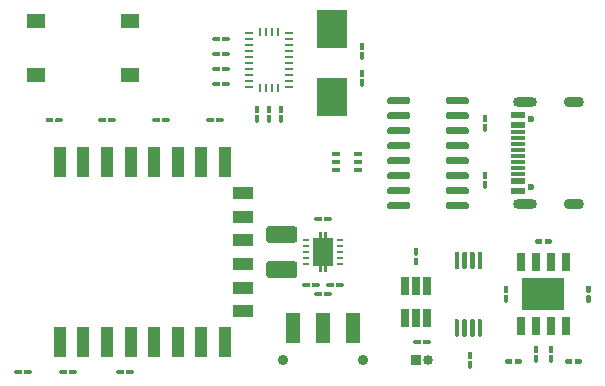
<source format=gts>
%TF.GenerationSoftware,KiCad,Pcbnew,(5.1.10)-1*%
%TF.CreationDate,2021-12-11T22:37:13+01:00*%
%TF.ProjectId,tracker,74726163-6b65-4722-9e6b-696361645f70,rev?*%
%TF.SameCoordinates,Original*%
%TF.FileFunction,Soldermask,Top*%
%TF.FilePolarity,Negative*%
%FSLAX46Y46*%
G04 Gerber Fmt 4.6, Leading zero omitted, Abs format (unit mm)*
G04 Created by KiCad (PCBNEW (5.1.10)-1) date 2021-12-11 22:37:13*
%MOMM*%
%LPD*%
G01*
G04 APERTURE LIST*
%ADD10O,2.000000X0.900000*%
%ADD11O,1.700000X0.900000*%
%ADD12R,1.160000X0.300000*%
%ADD13C,0.600000*%
%ADD14R,1.160000X0.600000*%
%ADD15R,0.850000X0.850000*%
%ADD16O,0.850000X0.850000*%
%ADD17R,0.650000X0.400000*%
%ADD18R,1.550000X1.300000*%
%ADD19R,1.250000X2.500000*%
%ADD20C,0.900000*%
%ADD21R,0.254000X0.675000*%
%ADD22R,0.675000X0.254000*%
%ADD23R,0.650000X1.560000*%
%ADD24R,1.000000X2.500000*%
%ADD25R,1.800000X1.000000*%
%ADD26R,0.600000X0.240000*%
%ADD27C,0.100000*%
%ADD28R,2.500000X3.325000*%
%ADD29R,0.650000X1.500000*%
%ADD30R,3.600000X2.700000*%
G04 APERTURE END LIST*
%TO.C,L1*%
G36*
G01*
X162428500Y-89649000D02*
X160278500Y-89649000D01*
G75*
G02*
X160028500Y-89399000I0J250000D01*
G01*
X160028500Y-88474000D01*
G75*
G02*
X160278500Y-88224000I250000J0D01*
G01*
X162428500Y-88224000D01*
G75*
G02*
X162678500Y-88474000I0J-250000D01*
G01*
X162678500Y-89399000D01*
G75*
G02*
X162428500Y-89649000I-250000J0D01*
G01*
G37*
G36*
G01*
X162428500Y-92624000D02*
X160278500Y-92624000D01*
G75*
G02*
X160028500Y-92374000I0J250000D01*
G01*
X160028500Y-91449000D01*
G75*
G02*
X160278500Y-91199000I250000J0D01*
G01*
X162428500Y-91199000D01*
G75*
G02*
X162678500Y-91449000I0J-250000D01*
G01*
X162678500Y-92374000D01*
G75*
G02*
X162428500Y-92624000I-250000J0D01*
G01*
G37*
%TD*%
%TO.C,C1*%
G36*
G01*
X187425000Y-93890000D02*
X187225000Y-93890000D01*
G75*
G02*
X187125000Y-93790000I0J100000D01*
G01*
X187125000Y-93355000D01*
G75*
G02*
X187225000Y-93255000I100000J0D01*
G01*
X187425000Y-93255000D01*
G75*
G02*
X187525000Y-93355000I0J-100000D01*
G01*
X187525000Y-93790000D01*
G75*
G02*
X187425000Y-93890000I-100000J0D01*
G01*
G37*
G36*
G01*
X187425000Y-94705000D02*
X187225000Y-94705000D01*
G75*
G02*
X187125000Y-94605000I0J100000D01*
G01*
X187125000Y-94170000D01*
G75*
G02*
X187225000Y-94070000I100000J0D01*
G01*
X187425000Y-94070000D01*
G75*
G02*
X187525000Y-94170000I0J-100000D01*
G01*
X187525000Y-94605000D01*
G75*
G02*
X187425000Y-94705000I-100000J0D01*
G01*
G37*
%TD*%
%TO.C,C2*%
G36*
G01*
X155485000Y-75030000D02*
X155485000Y-74830000D01*
G75*
G02*
X155585000Y-74730000I100000J0D01*
G01*
X156020000Y-74730000D01*
G75*
G02*
X156120000Y-74830000I0J-100000D01*
G01*
X156120000Y-75030000D01*
G75*
G02*
X156020000Y-75130000I-100000J0D01*
G01*
X155585000Y-75130000D01*
G75*
G02*
X155485000Y-75030000I0J100000D01*
G01*
G37*
G36*
G01*
X156300000Y-75030000D02*
X156300000Y-74830000D01*
G75*
G02*
X156400000Y-74730000I100000J0D01*
G01*
X156835000Y-74730000D01*
G75*
G02*
X156935000Y-74830000I0J-100000D01*
G01*
X156935000Y-75030000D01*
G75*
G02*
X156835000Y-75130000I-100000J0D01*
G01*
X156400000Y-75130000D01*
G75*
G02*
X156300000Y-75030000I0J100000D01*
G01*
G37*
%TD*%
%TO.C,C3*%
G36*
G01*
X180440000Y-94705000D02*
X180240000Y-94705000D01*
G75*
G02*
X180140000Y-94605000I0J100000D01*
G01*
X180140000Y-94170000D01*
G75*
G02*
X180240000Y-94070000I100000J0D01*
G01*
X180440000Y-94070000D01*
G75*
G02*
X180540000Y-94170000I0J-100000D01*
G01*
X180540000Y-94605000D01*
G75*
G02*
X180440000Y-94705000I-100000J0D01*
G01*
G37*
G36*
G01*
X180440000Y-93890000D02*
X180240000Y-93890000D01*
G75*
G02*
X180140000Y-93790000I0J100000D01*
G01*
X180140000Y-93355000D01*
G75*
G02*
X180240000Y-93255000I100000J0D01*
G01*
X180440000Y-93255000D01*
G75*
G02*
X180540000Y-93355000I0J-100000D01*
G01*
X180540000Y-93790000D01*
G75*
G02*
X180440000Y-93890000I-100000J0D01*
G01*
G37*
%TD*%
%TO.C,C4*%
G36*
G01*
X168048000Y-75782000D02*
X168248000Y-75782000D01*
G75*
G02*
X168348000Y-75882000I0J-100000D01*
G01*
X168348000Y-76317000D01*
G75*
G02*
X168248000Y-76417000I-100000J0D01*
G01*
X168048000Y-76417000D01*
G75*
G02*
X167948000Y-76317000I0J100000D01*
G01*
X167948000Y-75882000D01*
G75*
G02*
X168048000Y-75782000I100000J0D01*
G01*
G37*
G36*
G01*
X168048000Y-74967000D02*
X168248000Y-74967000D01*
G75*
G02*
X168348000Y-75067000I0J-100000D01*
G01*
X168348000Y-75502000D01*
G75*
G02*
X168248000Y-75602000I-100000J0D01*
G01*
X168048000Y-75602000D01*
G75*
G02*
X167948000Y-75502000I0J100000D01*
G01*
X167948000Y-75067000D01*
G75*
G02*
X168048000Y-74967000I100000J0D01*
G01*
G37*
%TD*%
%TO.C,C5*%
G36*
G01*
X168248000Y-74131000D02*
X168048000Y-74131000D01*
G75*
G02*
X167948000Y-74031000I0J100000D01*
G01*
X167948000Y-73596000D01*
G75*
G02*
X168048000Y-73496000I100000J0D01*
G01*
X168248000Y-73496000D01*
G75*
G02*
X168348000Y-73596000I0J-100000D01*
G01*
X168348000Y-74031000D01*
G75*
G02*
X168248000Y-74131000I-100000J0D01*
G01*
G37*
G36*
G01*
X168248000Y-73316000D02*
X168048000Y-73316000D01*
G75*
G02*
X167948000Y-73216000I0J100000D01*
G01*
X167948000Y-72781000D01*
G75*
G02*
X168048000Y-72681000I100000J0D01*
G01*
X168248000Y-72681000D01*
G75*
G02*
X168348000Y-72781000I0J-100000D01*
G01*
X168348000Y-73216000D01*
G75*
G02*
X168248000Y-73316000I-100000J0D01*
G01*
G37*
%TD*%
%TO.C,C6*%
G36*
G01*
X173318000Y-98144000D02*
X173318000Y-97944000D01*
G75*
G02*
X173418000Y-97844000I100000J0D01*
G01*
X173853000Y-97844000D01*
G75*
G02*
X173953000Y-97944000I0J-100000D01*
G01*
X173953000Y-98144000D01*
G75*
G02*
X173853000Y-98244000I-100000J0D01*
G01*
X173418000Y-98244000D01*
G75*
G02*
X173318000Y-98144000I0J100000D01*
G01*
G37*
G36*
G01*
X172503000Y-98144000D02*
X172503000Y-97944000D01*
G75*
G02*
X172603000Y-97844000I100000J0D01*
G01*
X173038000Y-97844000D01*
G75*
G02*
X173138000Y-97944000I0J-100000D01*
G01*
X173138000Y-98144000D01*
G75*
G02*
X173038000Y-98244000I-100000J0D01*
G01*
X172603000Y-98244000D01*
G75*
G02*
X172503000Y-98144000I0J100000D01*
G01*
G37*
%TD*%
%TO.C,C7*%
G36*
G01*
X140171000Y-100484000D02*
X140171000Y-100684000D01*
G75*
G02*
X140071000Y-100784000I-100000J0D01*
G01*
X139636000Y-100784000D01*
G75*
G02*
X139536000Y-100684000I0J100000D01*
G01*
X139536000Y-100484000D01*
G75*
G02*
X139636000Y-100384000I100000J0D01*
G01*
X140071000Y-100384000D01*
G75*
G02*
X140171000Y-100484000I0J-100000D01*
G01*
G37*
G36*
G01*
X139356000Y-100484000D02*
X139356000Y-100684000D01*
G75*
G02*
X139256000Y-100784000I-100000J0D01*
G01*
X138821000Y-100784000D01*
G75*
G02*
X138721000Y-100684000I0J100000D01*
G01*
X138721000Y-100484000D01*
G75*
G02*
X138821000Y-100384000I100000J0D01*
G01*
X139256000Y-100384000D01*
G75*
G02*
X139356000Y-100484000I0J-100000D01*
G01*
G37*
%TD*%
%TO.C,C8*%
G36*
G01*
X163740000Y-93118000D02*
X163740000Y-93318000D01*
G75*
G02*
X163640000Y-93418000I-100000J0D01*
G01*
X163205000Y-93418000D01*
G75*
G02*
X163105000Y-93318000I0J100000D01*
G01*
X163105000Y-93118000D01*
G75*
G02*
X163205000Y-93018000I100000J0D01*
G01*
X163640000Y-93018000D01*
G75*
G02*
X163740000Y-93118000I0J-100000D01*
G01*
G37*
G36*
G01*
X164555000Y-93118000D02*
X164555000Y-93318000D01*
G75*
G02*
X164455000Y-93418000I-100000J0D01*
G01*
X164020000Y-93418000D01*
G75*
G02*
X163920000Y-93318000I0J100000D01*
G01*
X163920000Y-93118000D01*
G75*
G02*
X164020000Y-93018000I100000J0D01*
G01*
X164455000Y-93018000D01*
G75*
G02*
X164555000Y-93118000I0J-100000D01*
G01*
G37*
%TD*%
%TO.C,C9*%
G36*
G01*
X165137000Y-93318000D02*
X165137000Y-93118000D01*
G75*
G02*
X165237000Y-93018000I100000J0D01*
G01*
X165672000Y-93018000D01*
G75*
G02*
X165772000Y-93118000I0J-100000D01*
G01*
X165772000Y-93318000D01*
G75*
G02*
X165672000Y-93418000I-100000J0D01*
G01*
X165237000Y-93418000D01*
G75*
G02*
X165137000Y-93318000I0J100000D01*
G01*
G37*
G36*
G01*
X165952000Y-93318000D02*
X165952000Y-93118000D01*
G75*
G02*
X166052000Y-93018000I100000J0D01*
G01*
X166487000Y-93018000D01*
G75*
G02*
X166587000Y-93118000I0J-100000D01*
G01*
X166587000Y-93318000D01*
G75*
G02*
X166487000Y-93418000I-100000J0D01*
G01*
X166052000Y-93418000D01*
G75*
G02*
X165952000Y-93318000I0J100000D01*
G01*
G37*
%TD*%
%TO.C,C10*%
G36*
G01*
X164756000Y-87530000D02*
X164756000Y-87730000D01*
G75*
G02*
X164656000Y-87830000I-100000J0D01*
G01*
X164221000Y-87830000D01*
G75*
G02*
X164121000Y-87730000I0J100000D01*
G01*
X164121000Y-87530000D01*
G75*
G02*
X164221000Y-87430000I100000J0D01*
G01*
X164656000Y-87430000D01*
G75*
G02*
X164756000Y-87530000I0J-100000D01*
G01*
G37*
G36*
G01*
X165571000Y-87530000D02*
X165571000Y-87730000D01*
G75*
G02*
X165471000Y-87830000I-100000J0D01*
G01*
X165036000Y-87830000D01*
G75*
G02*
X164936000Y-87730000I0J100000D01*
G01*
X164936000Y-87530000D01*
G75*
G02*
X165036000Y-87430000I100000J0D01*
G01*
X165471000Y-87430000D01*
G75*
G02*
X165571000Y-87530000I0J-100000D01*
G01*
G37*
%TD*%
%TO.C,D1*%
G36*
G01*
X185330000Y-99795000D02*
X185330000Y-99595000D01*
G75*
G02*
X185430000Y-99495000I100000J0D01*
G01*
X185865000Y-99495000D01*
G75*
G02*
X185965000Y-99595000I0J-100000D01*
G01*
X185965000Y-99795000D01*
G75*
G02*
X185865000Y-99895000I-100000J0D01*
G01*
X185430000Y-99895000D01*
G75*
G02*
X185330000Y-99795000I0J100000D01*
G01*
G37*
G36*
G01*
X186145000Y-99795000D02*
X186145000Y-99595000D01*
G75*
G02*
X186245000Y-99495000I100000J0D01*
G01*
X186680000Y-99495000D01*
G75*
G02*
X186780000Y-99595000I0J-100000D01*
G01*
X186780000Y-99795000D01*
G75*
G02*
X186680000Y-99895000I-100000J0D01*
G01*
X186245000Y-99895000D01*
G75*
G02*
X186145000Y-99795000I0J100000D01*
G01*
G37*
%TD*%
%TO.C,D2*%
G36*
G01*
X180885000Y-99595000D02*
X180885000Y-99795000D01*
G75*
G02*
X180785000Y-99895000I-100000J0D01*
G01*
X180350000Y-99895000D01*
G75*
G02*
X180250000Y-99795000I0J100000D01*
G01*
X180250000Y-99595000D01*
G75*
G02*
X180350000Y-99495000I100000J0D01*
G01*
X180785000Y-99495000D01*
G75*
G02*
X180885000Y-99595000I0J-100000D01*
G01*
G37*
G36*
G01*
X181700000Y-99595000D02*
X181700000Y-99795000D01*
G75*
G02*
X181600000Y-99895000I-100000J0D01*
G01*
X181165000Y-99895000D01*
G75*
G02*
X181065000Y-99795000I0J100000D01*
G01*
X181065000Y-99595000D01*
G75*
G02*
X181165000Y-99495000I100000J0D01*
G01*
X181600000Y-99495000D01*
G75*
G02*
X181700000Y-99595000I0J-100000D01*
G01*
G37*
%TD*%
D10*
%TO.C,J1*%
X181966000Y-86362000D03*
X181966000Y-77722000D03*
D11*
X186136000Y-86362000D03*
X186136000Y-77722000D03*
D12*
X181386000Y-82792000D03*
X181386000Y-82292000D03*
X181386000Y-81792000D03*
X181386000Y-83792000D03*
X181386000Y-83292000D03*
X181386000Y-80792000D03*
X181386000Y-81292000D03*
X181386000Y-80292000D03*
D13*
X182446000Y-79152000D03*
X182446000Y-84932000D03*
D14*
X181386000Y-84442000D03*
X181386000Y-84442000D03*
X181386000Y-85242000D03*
X181386000Y-85242000D03*
X181386000Y-79642000D03*
X181386000Y-78842000D03*
X181386000Y-79642000D03*
X181386000Y-78842000D03*
%TD*%
D15*
%TO.C,J2*%
X172720000Y-99568000D03*
D16*
X173720000Y-99568000D03*
%TD*%
D17*
%TO.C,Q1*%
X165928000Y-82154000D03*
X165928000Y-83454000D03*
X167828000Y-82804000D03*
X165928000Y-82804000D03*
X167828000Y-83454000D03*
X167828000Y-82154000D03*
%TD*%
%TO.C,R1*%
G36*
G01*
X160374000Y-78650000D02*
X160174000Y-78650000D01*
G75*
G02*
X160074000Y-78550000I0J100000D01*
G01*
X160074000Y-78115000D01*
G75*
G02*
X160174000Y-78015000I100000J0D01*
G01*
X160374000Y-78015000D01*
G75*
G02*
X160474000Y-78115000I0J-100000D01*
G01*
X160474000Y-78550000D01*
G75*
G02*
X160374000Y-78650000I-100000J0D01*
G01*
G37*
G36*
G01*
X160374000Y-79465000D02*
X160174000Y-79465000D01*
G75*
G02*
X160074000Y-79365000I0J100000D01*
G01*
X160074000Y-78930000D01*
G75*
G02*
X160174000Y-78830000I100000J0D01*
G01*
X160374000Y-78830000D01*
G75*
G02*
X160474000Y-78930000I0J-100000D01*
G01*
X160474000Y-79365000D01*
G75*
G02*
X160374000Y-79465000I-100000J0D01*
G01*
G37*
%TD*%
%TO.C,R2*%
G36*
G01*
X161390000Y-79465000D02*
X161190000Y-79465000D01*
G75*
G02*
X161090000Y-79365000I0J100000D01*
G01*
X161090000Y-78930000D01*
G75*
G02*
X161190000Y-78830000I100000J0D01*
G01*
X161390000Y-78830000D01*
G75*
G02*
X161490000Y-78930000I0J-100000D01*
G01*
X161490000Y-79365000D01*
G75*
G02*
X161390000Y-79465000I-100000J0D01*
G01*
G37*
G36*
G01*
X161390000Y-78650000D02*
X161190000Y-78650000D01*
G75*
G02*
X161090000Y-78550000I0J100000D01*
G01*
X161090000Y-78115000D01*
G75*
G02*
X161190000Y-78015000I100000J0D01*
G01*
X161390000Y-78015000D01*
G75*
G02*
X161490000Y-78115000I0J-100000D01*
G01*
X161490000Y-78550000D01*
G75*
G02*
X161390000Y-78650000I-100000J0D01*
G01*
G37*
%TD*%
%TO.C,R3*%
G36*
G01*
X184050000Y-99150000D02*
X184250000Y-99150000D01*
G75*
G02*
X184350000Y-99250000I0J-100000D01*
G01*
X184350000Y-99685000D01*
G75*
G02*
X184250000Y-99785000I-100000J0D01*
G01*
X184050000Y-99785000D01*
G75*
G02*
X183950000Y-99685000I0J100000D01*
G01*
X183950000Y-99250000D01*
G75*
G02*
X184050000Y-99150000I100000J0D01*
G01*
G37*
G36*
G01*
X184050000Y-98335000D02*
X184250000Y-98335000D01*
G75*
G02*
X184350000Y-98435000I0J-100000D01*
G01*
X184350000Y-98870000D01*
G75*
G02*
X184250000Y-98970000I-100000J0D01*
G01*
X184050000Y-98970000D01*
G75*
G02*
X183950000Y-98870000I0J100000D01*
G01*
X183950000Y-98435000D01*
G75*
G02*
X184050000Y-98335000I100000J0D01*
G01*
G37*
%TD*%
%TO.C,R4*%
G36*
G01*
X182780000Y-98335000D02*
X182980000Y-98335000D01*
G75*
G02*
X183080000Y-98435000I0J-100000D01*
G01*
X183080000Y-98870000D01*
G75*
G02*
X182980000Y-98970000I-100000J0D01*
G01*
X182780000Y-98970000D01*
G75*
G02*
X182680000Y-98870000I0J100000D01*
G01*
X182680000Y-98435000D01*
G75*
G02*
X182780000Y-98335000I100000J0D01*
G01*
G37*
G36*
G01*
X182780000Y-99150000D02*
X182980000Y-99150000D01*
G75*
G02*
X183080000Y-99250000I0J-100000D01*
G01*
X183080000Y-99685000D01*
G75*
G02*
X182980000Y-99785000I-100000J0D01*
G01*
X182780000Y-99785000D01*
G75*
G02*
X182680000Y-99685000I0J100000D01*
G01*
X182680000Y-99250000D01*
G75*
G02*
X182780000Y-99150000I100000J0D01*
G01*
G37*
%TD*%
%TO.C,R5*%
G36*
G01*
X156120000Y-76100000D02*
X156120000Y-76300000D01*
G75*
G02*
X156020000Y-76400000I-100000J0D01*
G01*
X155585000Y-76400000D01*
G75*
G02*
X155485000Y-76300000I0J100000D01*
G01*
X155485000Y-76100000D01*
G75*
G02*
X155585000Y-76000000I100000J0D01*
G01*
X156020000Y-76000000D01*
G75*
G02*
X156120000Y-76100000I0J-100000D01*
G01*
G37*
G36*
G01*
X156935000Y-76100000D02*
X156935000Y-76300000D01*
G75*
G02*
X156835000Y-76400000I-100000J0D01*
G01*
X156400000Y-76400000D01*
G75*
G02*
X156300000Y-76300000I0J100000D01*
G01*
X156300000Y-76100000D01*
G75*
G02*
X156400000Y-76000000I100000J0D01*
G01*
X156835000Y-76000000D01*
G75*
G02*
X156935000Y-76100000I0J-100000D01*
G01*
G37*
%TD*%
%TO.C,R6*%
G36*
G01*
X159158000Y-78015000D02*
X159358000Y-78015000D01*
G75*
G02*
X159458000Y-78115000I0J-100000D01*
G01*
X159458000Y-78550000D01*
G75*
G02*
X159358000Y-78650000I-100000J0D01*
G01*
X159158000Y-78650000D01*
G75*
G02*
X159058000Y-78550000I0J100000D01*
G01*
X159058000Y-78115000D01*
G75*
G02*
X159158000Y-78015000I100000J0D01*
G01*
G37*
G36*
G01*
X159158000Y-78830000D02*
X159358000Y-78830000D01*
G75*
G02*
X159458000Y-78930000I0J-100000D01*
G01*
X159458000Y-79365000D01*
G75*
G02*
X159358000Y-79465000I-100000J0D01*
G01*
X159158000Y-79465000D01*
G75*
G02*
X159058000Y-79365000I0J100000D01*
G01*
X159058000Y-78930000D01*
G75*
G02*
X159158000Y-78830000I100000J0D01*
G01*
G37*
%TD*%
%TO.C,R7*%
G36*
G01*
X178662000Y-84238000D02*
X178462000Y-84238000D01*
G75*
G02*
X178362000Y-84138000I0J100000D01*
G01*
X178362000Y-83703000D01*
G75*
G02*
X178462000Y-83603000I100000J0D01*
G01*
X178662000Y-83603000D01*
G75*
G02*
X178762000Y-83703000I0J-100000D01*
G01*
X178762000Y-84138000D01*
G75*
G02*
X178662000Y-84238000I-100000J0D01*
G01*
G37*
G36*
G01*
X178662000Y-85053000D02*
X178462000Y-85053000D01*
G75*
G02*
X178362000Y-84953000I0J100000D01*
G01*
X178362000Y-84518000D01*
G75*
G02*
X178462000Y-84418000I100000J0D01*
G01*
X178662000Y-84418000D01*
G75*
G02*
X178762000Y-84518000I0J-100000D01*
G01*
X178762000Y-84953000D01*
G75*
G02*
X178662000Y-85053000I-100000J0D01*
G01*
G37*
%TD*%
%TO.C,R8*%
G36*
G01*
X178462000Y-78777000D02*
X178662000Y-78777000D01*
G75*
G02*
X178762000Y-78877000I0J-100000D01*
G01*
X178762000Y-79312000D01*
G75*
G02*
X178662000Y-79412000I-100000J0D01*
G01*
X178462000Y-79412000D01*
G75*
G02*
X178362000Y-79312000I0J100000D01*
G01*
X178362000Y-78877000D01*
G75*
G02*
X178462000Y-78777000I100000J0D01*
G01*
G37*
G36*
G01*
X178462000Y-79592000D02*
X178662000Y-79592000D01*
G75*
G02*
X178762000Y-79692000I0J-100000D01*
G01*
X178762000Y-80127000D01*
G75*
G02*
X178662000Y-80227000I-100000J0D01*
G01*
X178462000Y-80227000D01*
G75*
G02*
X178362000Y-80127000I0J100000D01*
G01*
X178362000Y-79692000D01*
G75*
G02*
X178462000Y-79592000I100000J0D01*
G01*
G37*
%TD*%
%TO.C,R9*%
G36*
G01*
X182790000Y-89635000D02*
X182790000Y-89435000D01*
G75*
G02*
X182890000Y-89335000I100000J0D01*
G01*
X183325000Y-89335000D01*
G75*
G02*
X183425000Y-89435000I0J-100000D01*
G01*
X183425000Y-89635000D01*
G75*
G02*
X183325000Y-89735000I-100000J0D01*
G01*
X182890000Y-89735000D01*
G75*
G02*
X182790000Y-89635000I0J100000D01*
G01*
G37*
G36*
G01*
X183605000Y-89635000D02*
X183605000Y-89435000D01*
G75*
G02*
X183705000Y-89335000I100000J0D01*
G01*
X184140000Y-89335000D01*
G75*
G02*
X184240000Y-89435000I0J-100000D01*
G01*
X184240000Y-89635000D01*
G75*
G02*
X184140000Y-89735000I-100000J0D01*
G01*
X183705000Y-89735000D01*
G75*
G02*
X183605000Y-89635000I0J100000D01*
G01*
G37*
%TD*%
%TO.C,R10*%
G36*
G01*
X156300000Y-73760000D02*
X156300000Y-73560000D01*
G75*
G02*
X156400000Y-73460000I100000J0D01*
G01*
X156835000Y-73460000D01*
G75*
G02*
X156935000Y-73560000I0J-100000D01*
G01*
X156935000Y-73760000D01*
G75*
G02*
X156835000Y-73860000I-100000J0D01*
G01*
X156400000Y-73860000D01*
G75*
G02*
X156300000Y-73760000I0J100000D01*
G01*
G37*
G36*
G01*
X155485000Y-73760000D02*
X155485000Y-73560000D01*
G75*
G02*
X155585000Y-73460000I100000J0D01*
G01*
X156020000Y-73460000D01*
G75*
G02*
X156120000Y-73560000I0J-100000D01*
G01*
X156120000Y-73760000D01*
G75*
G02*
X156020000Y-73860000I-100000J0D01*
G01*
X155585000Y-73860000D01*
G75*
G02*
X155485000Y-73760000I0J100000D01*
G01*
G37*
%TD*%
%TO.C,R11*%
G36*
G01*
X155485000Y-72490000D02*
X155485000Y-72290000D01*
G75*
G02*
X155585000Y-72190000I100000J0D01*
G01*
X156020000Y-72190000D01*
G75*
G02*
X156120000Y-72290000I0J-100000D01*
G01*
X156120000Y-72490000D01*
G75*
G02*
X156020000Y-72590000I-100000J0D01*
G01*
X155585000Y-72590000D01*
G75*
G02*
X155485000Y-72490000I0J100000D01*
G01*
G37*
G36*
G01*
X156300000Y-72490000D02*
X156300000Y-72290000D01*
G75*
G02*
X156400000Y-72190000I100000J0D01*
G01*
X156835000Y-72190000D01*
G75*
G02*
X156935000Y-72290000I0J-100000D01*
G01*
X156935000Y-72490000D01*
G75*
G02*
X156835000Y-72590000I-100000J0D01*
G01*
X156400000Y-72590000D01*
G75*
G02*
X156300000Y-72490000I0J100000D01*
G01*
G37*
%TD*%
%TO.C,R12*%
G36*
G01*
X172620000Y-90895000D02*
X172820000Y-90895000D01*
G75*
G02*
X172920000Y-90995000I0J-100000D01*
G01*
X172920000Y-91430000D01*
G75*
G02*
X172820000Y-91530000I-100000J0D01*
G01*
X172620000Y-91530000D01*
G75*
G02*
X172520000Y-91430000I0J100000D01*
G01*
X172520000Y-90995000D01*
G75*
G02*
X172620000Y-90895000I100000J0D01*
G01*
G37*
G36*
G01*
X172620000Y-90080000D02*
X172820000Y-90080000D01*
G75*
G02*
X172920000Y-90180000I0J-100000D01*
G01*
X172920000Y-90615000D01*
G75*
G02*
X172820000Y-90715000I-100000J0D01*
G01*
X172620000Y-90715000D01*
G75*
G02*
X172520000Y-90615000I0J100000D01*
G01*
X172520000Y-90180000D01*
G75*
G02*
X172620000Y-90080000I100000J0D01*
G01*
G37*
%TD*%
%TO.C,R13*%
G36*
G01*
X177392000Y-99478000D02*
X177192000Y-99478000D01*
G75*
G02*
X177092000Y-99378000I0J100000D01*
G01*
X177092000Y-98943000D01*
G75*
G02*
X177192000Y-98843000I100000J0D01*
G01*
X177392000Y-98843000D01*
G75*
G02*
X177492000Y-98943000I0J-100000D01*
G01*
X177492000Y-99378000D01*
G75*
G02*
X177392000Y-99478000I-100000J0D01*
G01*
G37*
G36*
G01*
X177392000Y-100293000D02*
X177192000Y-100293000D01*
G75*
G02*
X177092000Y-100193000I0J100000D01*
G01*
X177092000Y-99758000D01*
G75*
G02*
X177192000Y-99658000I100000J0D01*
G01*
X177392000Y-99658000D01*
G75*
G02*
X177492000Y-99758000I0J-100000D01*
G01*
X177492000Y-100193000D01*
G75*
G02*
X177392000Y-100293000I-100000J0D01*
G01*
G37*
%TD*%
%TO.C,R14*%
G36*
G01*
X143981000Y-100484000D02*
X143981000Y-100684000D01*
G75*
G02*
X143881000Y-100784000I-100000J0D01*
G01*
X143446000Y-100784000D01*
G75*
G02*
X143346000Y-100684000I0J100000D01*
G01*
X143346000Y-100484000D01*
G75*
G02*
X143446000Y-100384000I100000J0D01*
G01*
X143881000Y-100384000D01*
G75*
G02*
X143981000Y-100484000I0J-100000D01*
G01*
G37*
G36*
G01*
X143166000Y-100484000D02*
X143166000Y-100684000D01*
G75*
G02*
X143066000Y-100784000I-100000J0D01*
G01*
X142631000Y-100784000D01*
G75*
G02*
X142531000Y-100684000I0J100000D01*
G01*
X142531000Y-100484000D01*
G75*
G02*
X142631000Y-100384000I100000J0D01*
G01*
X143066000Y-100384000D01*
G75*
G02*
X143166000Y-100484000I0J-100000D01*
G01*
G37*
%TD*%
%TO.C,R15*%
G36*
G01*
X147357000Y-100684000D02*
X147357000Y-100484000D01*
G75*
G02*
X147457000Y-100384000I100000J0D01*
G01*
X147892000Y-100384000D01*
G75*
G02*
X147992000Y-100484000I0J-100000D01*
G01*
X147992000Y-100684000D01*
G75*
G02*
X147892000Y-100784000I-100000J0D01*
G01*
X147457000Y-100784000D01*
G75*
G02*
X147357000Y-100684000I0J100000D01*
G01*
G37*
G36*
G01*
X148172000Y-100684000D02*
X148172000Y-100484000D01*
G75*
G02*
X148272000Y-100384000I100000J0D01*
G01*
X148707000Y-100384000D01*
G75*
G02*
X148807000Y-100484000I0J-100000D01*
G01*
X148807000Y-100684000D01*
G75*
G02*
X148707000Y-100784000I-100000J0D01*
G01*
X148272000Y-100784000D01*
G75*
G02*
X148172000Y-100684000I0J100000D01*
G01*
G37*
%TD*%
%TO.C,R16*%
G36*
G01*
X164756000Y-93880000D02*
X164756000Y-94080000D01*
G75*
G02*
X164656000Y-94180000I-100000J0D01*
G01*
X164221000Y-94180000D01*
G75*
G02*
X164121000Y-94080000I0J100000D01*
G01*
X164121000Y-93880000D01*
G75*
G02*
X164221000Y-93780000I100000J0D01*
G01*
X164656000Y-93780000D01*
G75*
G02*
X164756000Y-93880000I0J-100000D01*
G01*
G37*
G36*
G01*
X165571000Y-93880000D02*
X165571000Y-94080000D01*
G75*
G02*
X165471000Y-94180000I-100000J0D01*
G01*
X165036000Y-94180000D01*
G75*
G02*
X164936000Y-94080000I0J100000D01*
G01*
X164936000Y-93880000D01*
G75*
G02*
X165036000Y-93780000I100000J0D01*
G01*
X165471000Y-93780000D01*
G75*
G02*
X165571000Y-93880000I0J-100000D01*
G01*
G37*
%TD*%
%TO.C,R17*%
G36*
G01*
X154977000Y-79348000D02*
X154977000Y-79148000D01*
G75*
G02*
X155077000Y-79048000I100000J0D01*
G01*
X155512000Y-79048000D01*
G75*
G02*
X155612000Y-79148000I0J-100000D01*
G01*
X155612000Y-79348000D01*
G75*
G02*
X155512000Y-79448000I-100000J0D01*
G01*
X155077000Y-79448000D01*
G75*
G02*
X154977000Y-79348000I0J100000D01*
G01*
G37*
G36*
G01*
X155792000Y-79348000D02*
X155792000Y-79148000D01*
G75*
G02*
X155892000Y-79048000I100000J0D01*
G01*
X156327000Y-79048000D01*
G75*
G02*
X156427000Y-79148000I0J-100000D01*
G01*
X156427000Y-79348000D01*
G75*
G02*
X156327000Y-79448000I-100000J0D01*
G01*
X155892000Y-79448000D01*
G75*
G02*
X155792000Y-79348000I0J100000D01*
G01*
G37*
%TD*%
%TO.C,R18*%
G36*
G01*
X141996500Y-79148000D02*
X141996500Y-79348000D01*
G75*
G02*
X141896500Y-79448000I-100000J0D01*
G01*
X141461500Y-79448000D01*
G75*
G02*
X141361500Y-79348000I0J100000D01*
G01*
X141361500Y-79148000D01*
G75*
G02*
X141461500Y-79048000I100000J0D01*
G01*
X141896500Y-79048000D01*
G75*
G02*
X141996500Y-79148000I0J-100000D01*
G01*
G37*
G36*
G01*
X142811500Y-79148000D02*
X142811500Y-79348000D01*
G75*
G02*
X142711500Y-79448000I-100000J0D01*
G01*
X142276500Y-79448000D01*
G75*
G02*
X142176500Y-79348000I0J100000D01*
G01*
X142176500Y-79148000D01*
G75*
G02*
X142276500Y-79048000I100000J0D01*
G01*
X142711500Y-79048000D01*
G75*
G02*
X142811500Y-79148000I0J-100000D01*
G01*
G37*
%TD*%
%TO.C,R19*%
G36*
G01*
X151220000Y-79348000D02*
X151220000Y-79148000D01*
G75*
G02*
X151320000Y-79048000I100000J0D01*
G01*
X151755000Y-79048000D01*
G75*
G02*
X151855000Y-79148000I0J-100000D01*
G01*
X151855000Y-79348000D01*
G75*
G02*
X151755000Y-79448000I-100000J0D01*
G01*
X151320000Y-79448000D01*
G75*
G02*
X151220000Y-79348000I0J100000D01*
G01*
G37*
G36*
G01*
X150405000Y-79348000D02*
X150405000Y-79148000D01*
G75*
G02*
X150505000Y-79048000I100000J0D01*
G01*
X150940000Y-79048000D01*
G75*
G02*
X151040000Y-79148000I0J-100000D01*
G01*
X151040000Y-79348000D01*
G75*
G02*
X150940000Y-79448000I-100000J0D01*
G01*
X150505000Y-79448000D01*
G75*
G02*
X150405000Y-79348000I0J100000D01*
G01*
G37*
%TD*%
%TO.C,R20*%
G36*
G01*
X147283000Y-79148000D02*
X147283000Y-79348000D01*
G75*
G02*
X147183000Y-79448000I-100000J0D01*
G01*
X146748000Y-79448000D01*
G75*
G02*
X146648000Y-79348000I0J100000D01*
G01*
X146648000Y-79148000D01*
G75*
G02*
X146748000Y-79048000I100000J0D01*
G01*
X147183000Y-79048000D01*
G75*
G02*
X147283000Y-79148000I0J-100000D01*
G01*
G37*
G36*
G01*
X146468000Y-79148000D02*
X146468000Y-79348000D01*
G75*
G02*
X146368000Y-79448000I-100000J0D01*
G01*
X145933000Y-79448000D01*
G75*
G02*
X145833000Y-79348000I0J100000D01*
G01*
X145833000Y-79148000D01*
G75*
G02*
X145933000Y-79048000I100000J0D01*
G01*
X146368000Y-79048000D01*
G75*
G02*
X146468000Y-79148000I0J-100000D01*
G01*
G37*
%TD*%
D18*
%TO.C,SW1*%
X140551000Y-75402000D03*
X140551000Y-70902000D03*
X148501000Y-70902000D03*
X148501000Y-75402000D03*
%TD*%
D19*
%TO.C,SW2*%
X162346000Y-96818000D03*
X164846000Y-96818000D03*
X167346000Y-96818000D03*
D20*
X161446000Y-99568000D03*
X168246000Y-99568000D03*
%TD*%
D21*
%TO.C,U2*%
X161024000Y-76555500D03*
D22*
X158611500Y-71918000D03*
D21*
X161024000Y-71780500D03*
D22*
X161936500Y-71918000D03*
D21*
X160524000Y-71780500D03*
X160024000Y-71780500D03*
X159524000Y-71780500D03*
D22*
X161936500Y-72418000D03*
X161936500Y-72918000D03*
X161936500Y-73418000D03*
X161936500Y-73918000D03*
X161936500Y-74418000D03*
X161936500Y-74918000D03*
X161936500Y-75418000D03*
X161936500Y-75918000D03*
X161936500Y-76418000D03*
X158611500Y-72418000D03*
X158611500Y-72918000D03*
X158611500Y-73418000D03*
X158611500Y-73918000D03*
X158611500Y-74418000D03*
X158611500Y-74918000D03*
X158611500Y-75418000D03*
X158611500Y-75918000D03*
X158611500Y-76418000D03*
D21*
X160524000Y-76555500D03*
X160024000Y-76555500D03*
X159524000Y-76555500D03*
%TD*%
%TO.C,U3*%
G36*
G01*
X177186000Y-86337000D02*
X177186000Y-86637000D01*
G75*
G02*
X177036000Y-86787000I-150000J0D01*
G01*
X175386000Y-86787000D01*
G75*
G02*
X175236000Y-86637000I0J150000D01*
G01*
X175236000Y-86337000D01*
G75*
G02*
X175386000Y-86187000I150000J0D01*
G01*
X177036000Y-86187000D01*
G75*
G02*
X177186000Y-86337000I0J-150000D01*
G01*
G37*
G36*
G01*
X177186000Y-85067000D02*
X177186000Y-85367000D01*
G75*
G02*
X177036000Y-85517000I-150000J0D01*
G01*
X175386000Y-85517000D01*
G75*
G02*
X175236000Y-85367000I0J150000D01*
G01*
X175236000Y-85067000D01*
G75*
G02*
X175386000Y-84917000I150000J0D01*
G01*
X177036000Y-84917000D01*
G75*
G02*
X177186000Y-85067000I0J-150000D01*
G01*
G37*
G36*
G01*
X177186000Y-83797000D02*
X177186000Y-84097000D01*
G75*
G02*
X177036000Y-84247000I-150000J0D01*
G01*
X175386000Y-84247000D01*
G75*
G02*
X175236000Y-84097000I0J150000D01*
G01*
X175236000Y-83797000D01*
G75*
G02*
X175386000Y-83647000I150000J0D01*
G01*
X177036000Y-83647000D01*
G75*
G02*
X177186000Y-83797000I0J-150000D01*
G01*
G37*
G36*
G01*
X177186000Y-82527000D02*
X177186000Y-82827000D01*
G75*
G02*
X177036000Y-82977000I-150000J0D01*
G01*
X175386000Y-82977000D01*
G75*
G02*
X175236000Y-82827000I0J150000D01*
G01*
X175236000Y-82527000D01*
G75*
G02*
X175386000Y-82377000I150000J0D01*
G01*
X177036000Y-82377000D01*
G75*
G02*
X177186000Y-82527000I0J-150000D01*
G01*
G37*
G36*
G01*
X177186000Y-81257000D02*
X177186000Y-81557000D01*
G75*
G02*
X177036000Y-81707000I-150000J0D01*
G01*
X175386000Y-81707000D01*
G75*
G02*
X175236000Y-81557000I0J150000D01*
G01*
X175236000Y-81257000D01*
G75*
G02*
X175386000Y-81107000I150000J0D01*
G01*
X177036000Y-81107000D01*
G75*
G02*
X177186000Y-81257000I0J-150000D01*
G01*
G37*
G36*
G01*
X177186000Y-79987000D02*
X177186000Y-80287000D01*
G75*
G02*
X177036000Y-80437000I-150000J0D01*
G01*
X175386000Y-80437000D01*
G75*
G02*
X175236000Y-80287000I0J150000D01*
G01*
X175236000Y-79987000D01*
G75*
G02*
X175386000Y-79837000I150000J0D01*
G01*
X177036000Y-79837000D01*
G75*
G02*
X177186000Y-79987000I0J-150000D01*
G01*
G37*
G36*
G01*
X177186000Y-78717000D02*
X177186000Y-79017000D01*
G75*
G02*
X177036000Y-79167000I-150000J0D01*
G01*
X175386000Y-79167000D01*
G75*
G02*
X175236000Y-79017000I0J150000D01*
G01*
X175236000Y-78717000D01*
G75*
G02*
X175386000Y-78567000I150000J0D01*
G01*
X177036000Y-78567000D01*
G75*
G02*
X177186000Y-78717000I0J-150000D01*
G01*
G37*
G36*
G01*
X177186000Y-77447000D02*
X177186000Y-77747000D01*
G75*
G02*
X177036000Y-77897000I-150000J0D01*
G01*
X175386000Y-77897000D01*
G75*
G02*
X175236000Y-77747000I0J150000D01*
G01*
X175236000Y-77447000D01*
G75*
G02*
X175386000Y-77297000I150000J0D01*
G01*
X177036000Y-77297000D01*
G75*
G02*
X177186000Y-77447000I0J-150000D01*
G01*
G37*
G36*
G01*
X172236000Y-77447000D02*
X172236000Y-77747000D01*
G75*
G02*
X172086000Y-77897000I-150000J0D01*
G01*
X170436000Y-77897000D01*
G75*
G02*
X170286000Y-77747000I0J150000D01*
G01*
X170286000Y-77447000D01*
G75*
G02*
X170436000Y-77297000I150000J0D01*
G01*
X172086000Y-77297000D01*
G75*
G02*
X172236000Y-77447000I0J-150000D01*
G01*
G37*
G36*
G01*
X172236000Y-78717000D02*
X172236000Y-79017000D01*
G75*
G02*
X172086000Y-79167000I-150000J0D01*
G01*
X170436000Y-79167000D01*
G75*
G02*
X170286000Y-79017000I0J150000D01*
G01*
X170286000Y-78717000D01*
G75*
G02*
X170436000Y-78567000I150000J0D01*
G01*
X172086000Y-78567000D01*
G75*
G02*
X172236000Y-78717000I0J-150000D01*
G01*
G37*
G36*
G01*
X172236000Y-79987000D02*
X172236000Y-80287000D01*
G75*
G02*
X172086000Y-80437000I-150000J0D01*
G01*
X170436000Y-80437000D01*
G75*
G02*
X170286000Y-80287000I0J150000D01*
G01*
X170286000Y-79987000D01*
G75*
G02*
X170436000Y-79837000I150000J0D01*
G01*
X172086000Y-79837000D01*
G75*
G02*
X172236000Y-79987000I0J-150000D01*
G01*
G37*
G36*
G01*
X172236000Y-81257000D02*
X172236000Y-81557000D01*
G75*
G02*
X172086000Y-81707000I-150000J0D01*
G01*
X170436000Y-81707000D01*
G75*
G02*
X170286000Y-81557000I0J150000D01*
G01*
X170286000Y-81257000D01*
G75*
G02*
X170436000Y-81107000I150000J0D01*
G01*
X172086000Y-81107000D01*
G75*
G02*
X172236000Y-81257000I0J-150000D01*
G01*
G37*
G36*
G01*
X172236000Y-82527000D02*
X172236000Y-82827000D01*
G75*
G02*
X172086000Y-82977000I-150000J0D01*
G01*
X170436000Y-82977000D01*
G75*
G02*
X170286000Y-82827000I0J150000D01*
G01*
X170286000Y-82527000D01*
G75*
G02*
X170436000Y-82377000I150000J0D01*
G01*
X172086000Y-82377000D01*
G75*
G02*
X172236000Y-82527000I0J-150000D01*
G01*
G37*
G36*
G01*
X172236000Y-83797000D02*
X172236000Y-84097000D01*
G75*
G02*
X172086000Y-84247000I-150000J0D01*
G01*
X170436000Y-84247000D01*
G75*
G02*
X170286000Y-84097000I0J150000D01*
G01*
X170286000Y-83797000D01*
G75*
G02*
X170436000Y-83647000I150000J0D01*
G01*
X172086000Y-83647000D01*
G75*
G02*
X172236000Y-83797000I0J-150000D01*
G01*
G37*
G36*
G01*
X172236000Y-85067000D02*
X172236000Y-85367000D01*
G75*
G02*
X172086000Y-85517000I-150000J0D01*
G01*
X170436000Y-85517000D01*
G75*
G02*
X170286000Y-85367000I0J150000D01*
G01*
X170286000Y-85067000D01*
G75*
G02*
X170436000Y-84917000I150000J0D01*
G01*
X172086000Y-84917000D01*
G75*
G02*
X172236000Y-85067000I0J-150000D01*
G01*
G37*
G36*
G01*
X172236000Y-86337000D02*
X172236000Y-86637000D01*
G75*
G02*
X172086000Y-86787000I-150000J0D01*
G01*
X170436000Y-86787000D01*
G75*
G02*
X170286000Y-86637000I0J150000D01*
G01*
X170286000Y-86337000D01*
G75*
G02*
X170436000Y-86187000I150000J0D01*
G01*
X172086000Y-86187000D01*
G75*
G02*
X172236000Y-86337000I0J-150000D01*
G01*
G37*
%TD*%
D23*
%TO.C,U4*%
X173670000Y-93265000D03*
X172720000Y-93265000D03*
X171770000Y-93265000D03*
X171770000Y-95965000D03*
X173670000Y-95965000D03*
X172720000Y-95965000D03*
%TD*%
%TO.C,U5*%
G36*
G01*
X176290000Y-97580000D02*
X176090000Y-97580000D01*
G75*
G02*
X175990000Y-97480000I0J100000D01*
G01*
X175990000Y-96205000D01*
G75*
G02*
X176090000Y-96105000I100000J0D01*
G01*
X176290000Y-96105000D01*
G75*
G02*
X176390000Y-96205000I0J-100000D01*
G01*
X176390000Y-97480000D01*
G75*
G02*
X176290000Y-97580000I-100000J0D01*
G01*
G37*
G36*
G01*
X176940000Y-97580000D02*
X176740000Y-97580000D01*
G75*
G02*
X176640000Y-97480000I0J100000D01*
G01*
X176640000Y-96205000D01*
G75*
G02*
X176740000Y-96105000I100000J0D01*
G01*
X176940000Y-96105000D01*
G75*
G02*
X177040000Y-96205000I0J-100000D01*
G01*
X177040000Y-97480000D01*
G75*
G02*
X176940000Y-97580000I-100000J0D01*
G01*
G37*
G36*
G01*
X177590000Y-97580000D02*
X177390000Y-97580000D01*
G75*
G02*
X177290000Y-97480000I0J100000D01*
G01*
X177290000Y-96205000D01*
G75*
G02*
X177390000Y-96105000I100000J0D01*
G01*
X177590000Y-96105000D01*
G75*
G02*
X177690000Y-96205000I0J-100000D01*
G01*
X177690000Y-97480000D01*
G75*
G02*
X177590000Y-97580000I-100000J0D01*
G01*
G37*
G36*
G01*
X178240000Y-97580000D02*
X178040000Y-97580000D01*
G75*
G02*
X177940000Y-97480000I0J100000D01*
G01*
X177940000Y-96205000D01*
G75*
G02*
X178040000Y-96105000I100000J0D01*
G01*
X178240000Y-96105000D01*
G75*
G02*
X178340000Y-96205000I0J-100000D01*
G01*
X178340000Y-97480000D01*
G75*
G02*
X178240000Y-97580000I-100000J0D01*
G01*
G37*
G36*
G01*
X178240000Y-91855000D02*
X178040000Y-91855000D01*
G75*
G02*
X177940000Y-91755000I0J100000D01*
G01*
X177940000Y-90480000D01*
G75*
G02*
X178040000Y-90380000I100000J0D01*
G01*
X178240000Y-90380000D01*
G75*
G02*
X178340000Y-90480000I0J-100000D01*
G01*
X178340000Y-91755000D01*
G75*
G02*
X178240000Y-91855000I-100000J0D01*
G01*
G37*
G36*
G01*
X177590000Y-91855000D02*
X177390000Y-91855000D01*
G75*
G02*
X177290000Y-91755000I0J100000D01*
G01*
X177290000Y-90480000D01*
G75*
G02*
X177390000Y-90380000I100000J0D01*
G01*
X177590000Y-90380000D01*
G75*
G02*
X177690000Y-90480000I0J-100000D01*
G01*
X177690000Y-91755000D01*
G75*
G02*
X177590000Y-91855000I-100000J0D01*
G01*
G37*
G36*
G01*
X176940000Y-91855000D02*
X176740000Y-91855000D01*
G75*
G02*
X176640000Y-91755000I0J100000D01*
G01*
X176640000Y-90480000D01*
G75*
G02*
X176740000Y-90380000I100000J0D01*
G01*
X176940000Y-90380000D01*
G75*
G02*
X177040000Y-90480000I0J-100000D01*
G01*
X177040000Y-91755000D01*
G75*
G02*
X176940000Y-91855000I-100000J0D01*
G01*
G37*
G36*
G01*
X176290000Y-91855000D02*
X176090000Y-91855000D01*
G75*
G02*
X175990000Y-91755000I0J100000D01*
G01*
X175990000Y-90480000D01*
G75*
G02*
X176090000Y-90380000I100000J0D01*
G01*
X176290000Y-90380000D01*
G75*
G02*
X176390000Y-90480000I0J-100000D01*
G01*
X176390000Y-91755000D01*
G75*
G02*
X176290000Y-91855000I-100000J0D01*
G01*
G37*
%TD*%
D24*
%TO.C,U6*%
X142550000Y-98024000D03*
X144550000Y-98024000D03*
X146550000Y-98024000D03*
X148550000Y-98024000D03*
X150550000Y-98024000D03*
X152550000Y-98024000D03*
X154550000Y-98024000D03*
X156550000Y-98024000D03*
D25*
X158050000Y-95424000D03*
X158050000Y-93424000D03*
X158050000Y-91424000D03*
X158050000Y-89424000D03*
X158050000Y-87424000D03*
X158050000Y-85424000D03*
D24*
X156550000Y-82824000D03*
X154550000Y-82824000D03*
X152550000Y-82824000D03*
X150550000Y-82824000D03*
X148550000Y-82824000D03*
X146550000Y-82824000D03*
X144550000Y-82824000D03*
X142550000Y-82824000D03*
%TD*%
D26*
%TO.C,U7*%
X163446000Y-89424000D03*
X163446000Y-89924000D03*
X163446000Y-90424000D03*
X163446000Y-90924000D03*
X163446000Y-91424000D03*
X166246000Y-91424000D03*
X166246000Y-90924000D03*
X166246000Y-90424000D03*
X166246000Y-89924000D03*
X166246000Y-89424000D03*
D27*
G36*
X164721000Y-89224000D02*
G01*
X164971000Y-89224000D01*
X164971000Y-88724000D01*
X165221000Y-88724000D01*
X165221000Y-89224000D01*
X165671000Y-89224000D01*
X165671000Y-91624000D01*
X165221000Y-91624000D01*
X165221000Y-92124000D01*
X164971000Y-92124000D01*
X164971000Y-91624000D01*
X164721000Y-91624000D01*
X164721000Y-92124000D01*
X164471000Y-92124000D01*
X164471000Y-91624000D01*
X164021000Y-91624000D01*
X164021000Y-89224000D01*
X164471000Y-89224000D01*
X164471000Y-88724000D01*
X164721000Y-88724000D01*
X164721000Y-89224000D01*
G37*
%TD*%
D28*
%TO.C,Y1*%
X165608000Y-71509500D03*
X165608000Y-77334500D03*
%TD*%
D29*
%TO.C,U1*%
X185420000Y-91280000D03*
X184150000Y-91280000D03*
X182880000Y-91280000D03*
X181610000Y-91280000D03*
X181610000Y-96680000D03*
X182880000Y-96680000D03*
X184150000Y-96680000D03*
X185420000Y-96680000D03*
D30*
X183515000Y-93980000D03*
%TD*%
M02*

</source>
